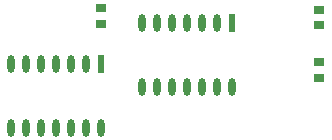
<source format=gbr>
%TF.GenerationSoftware,Altium Limited,Altium Designer,24.2.2 (26)*%
G04 Layer_Color=8421504*
%FSLAX45Y45*%
%MOMM*%
%TF.SameCoordinates,A195ED8F-B54E-4743-8023-4A5FD5FDB8DD*%
%TF.FilePolarity,Positive*%
%TF.FileFunction,Paste,Top*%
%TF.Part,Single*%
G01*
G75*
%TA.AperFunction,SMDPad,CuDef*%
%ADD10R,0.95000X0.80000*%
%ADD11R,0.60000X1.50000*%
%ADD12O,0.60000X1.50000*%
D10*
X4318000Y2856001D02*
D03*
Y2985999D02*
D03*
X2476500Y2868701D02*
D03*
Y2998699D02*
D03*
X4318000Y2413000D02*
D03*
Y2543002D02*
D03*
D11*
X3581400Y2876799D02*
D03*
X2476500Y2527300D02*
D03*
D12*
X3454400Y2876799D02*
D03*
X3327400D02*
D03*
X3200400D02*
D03*
X3073400D02*
D03*
X2946400D02*
D03*
X2819400D02*
D03*
X3581400Y2336800D02*
D03*
X3454400D02*
D03*
X3327400D02*
D03*
X3200400D02*
D03*
X3073400D02*
D03*
X2946400D02*
D03*
X2819400D02*
D03*
X2349500Y2527300D02*
D03*
X2222500D02*
D03*
X2095500D02*
D03*
X1968500D02*
D03*
X1841500D02*
D03*
X1714500D02*
D03*
X2476500Y1987301D02*
D03*
X2349500D02*
D03*
X2222500D02*
D03*
X2095500D02*
D03*
X1968500D02*
D03*
X1841500D02*
D03*
X1714500D02*
D03*
%TF.MD5,7989395d6f07b04a92b36f7758c49760*%
M02*

</source>
